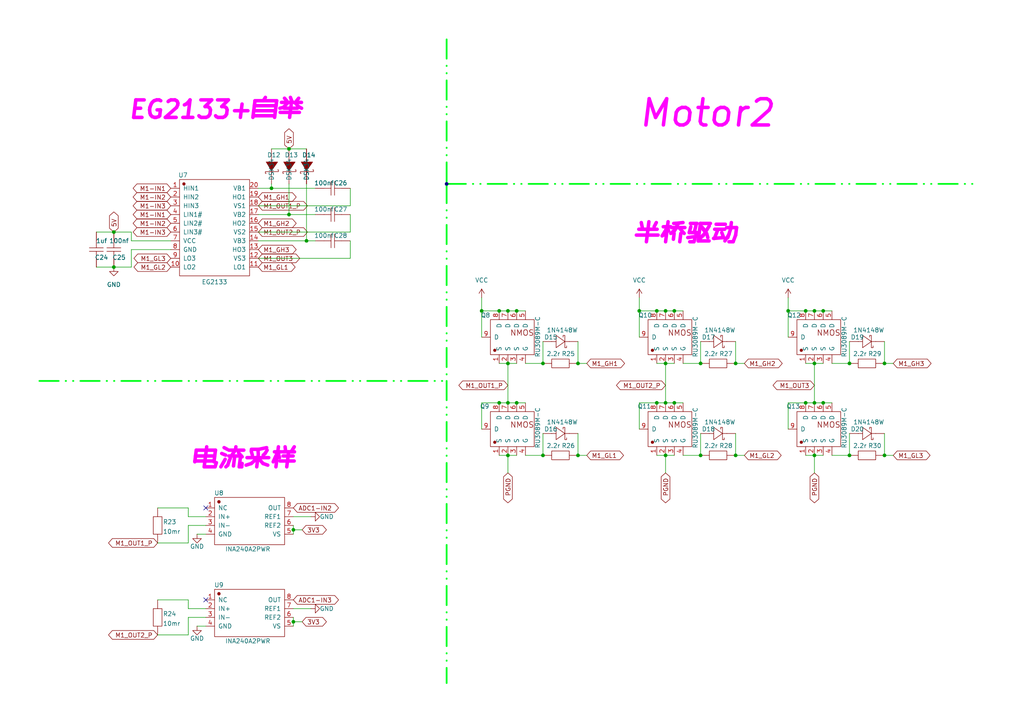
<source format=kicad_sch>
(kicad_sch (version 20250114) (generator "eeschema") (generator_version "9.0")
  (paper "A4")
  (title_block (title "Drive2") (date "2025-01-24") (rev "Dennis_Re_Yoonjiho"))
  (lib_symbols
    (symbol "Ts_Foc_Vo符号库:1N4148W" (pin_numbers (hide yes)) (pin_names (offset 1.016) (hide yes))
      (property "Reference" "D" (at -5.08 1.524 0))
      (property "Value" "1N4148W" (at 1.016 3.048 0))
      (symbol "1N4148W_1_1"
        (polyline (pts (xy -2.54 0) (xy -1.27 0)) (stroke (width 0.1524)))
        (polyline (pts (xy -1.27 -1.778) (xy 1.27 0) (xy -1.27 1.778) (xy -1.27 -1.778)) (stroke (width 0.1524)))
        (polyline (pts (xy 1.27 0) (xy 2.54 0)) (stroke (width 0.1524)))
        (polyline (pts (xy 1.778 -1.27) (xy 1.778 -1.778) (xy 1.27 -1.778) (xy 1.27 1.778) (xy 0.762 1.778) (xy 0.762 1.27)) (stroke (width 0.1524)))
        (pin input line (at -5.08 0 0) (length 2.54) (name "A") (number "1"))
        (pin input line (at 5.08 0 180) (length 2.54) (name "K") (number "2"))
      )
    )
    (symbol "Ts_Foc_Vo符号库:CAP" (pin_numbers (hide yes)) (pin_names (offset 1.016) (hide yes))
      (property "Reference" "C" (at -2.286 1.524 0))
      (property "Value" "Value" (at 3.81 1.524 0))
      (symbol "CAP_1_1"
        (polyline (pts (xy -0.508 0) (xy -2.54 0)) (stroke (width 0.1524)))
        (polyline (pts (xy -0.508 -2.032) (xy -0.508 2.032)) (stroke (width 0.1524)))
        (polyline (pts (xy 0.508 2.032) (xy 0.508 -2.032)) (stroke (width 0.1524)))
        (polyline (pts (xy 2.54 0) (xy 0.508 0)) (stroke (width 0.1524)))
        (pin input line (at -5.08 0 0) (length 2.54) (name "1") (number "1"))
        (pin input line (at 5.08 0 180) (length 2.54) (name "2") (number "2"))
      )
    )
    (symbol "Ts_Foc_Vo符号库:DSK34" (pin_numbers (hide yes)) (pin_names (offset 1.016) (hide yes))
      (property "Reference" "D" (at -4.064 1.778 0))
      (property "Value" "DSK34" (at 3.048 2.54 0))
      (symbol "DSK34_1_1"
        (polyline (pts (xy -2.032 1.524) (xy -2.032 1.778) (xy -1.524 1.778) (xy -1.524 -2.032) (xy -1.016 -2.032) (xy -1.016 -1.778)) (stroke (width 0.1524)))
        (polyline (pts (xy 1.27 1.524) (xy -1.27 0) (xy 1.27 -1.778) (xy 1.27 1.524)) (stroke (width 0.1524)) (fill (type outline)))
        (pin input line (at -5.08 0 0) (length 3.81) (name "K") (number "1"))
        (pin input line (at 5.08 0 180) (length 3.81) (name "A") (number "2"))
      )
    )
    (symbol "Ts_Foc_Vo符号库:EG2133" (pin_names (offset 1.016))
      (property "Reference" "U" (at -9.652 14.986 0))
      (property "Value" "EG2133" (at 1.524 15.494 0))
      (symbol "EG2133_1_1"
        (rectangle (start -10.16 13.97) (end 10.16 -13.97) (stroke (width 0.1524)))
        (circle (center -8.89 12.7) (radius 0.381) (stroke (width 0.1524)) (fill (type outline)))
        (pin input line (at -12.7 11.43 0) (length 2.54) (name "HIN1") (number "1"))
        (pin input line (at -12.7 8.89 0) (length 2.54) (name "HIN2") (number "2"))
        (pin input line (at -12.7 6.35 0) (length 2.54) (name "HIN3") (number "3"))
        (pin input line (at -12.7 3.81 0) (length 2.54) (name "LIN1#") (number "4"))
        (pin input line (at -12.7 1.27 0) (length 2.54) (name "LIN2#") (number "5"))
        (pin input line (at -12.7 -1.27 0) (length 2.54) (name "LIN3#") (number "6"))
        (pin input line (at -12.7 -3.81 0) (length 2.54) (name "VCC") (number "7"))
        (pin input line (at -12.7 -6.35 0) (length 2.54) (name "GND") (number "8"))
        (pin input line (at -12.7 -8.89 0) (length 2.54) (name "LO3") (number "9"))
        (pin input line (at -12.7 -11.43 0) (length 2.54) (name "LO2") (number "10"))
        (pin input line (at 12.7 11.43 180) (length 2.54) (name "VB1") (number "20"))
        (pin input line (at 12.7 8.89 180) (length 2.54) (name "HO1") (number "19"))
        (pin input line (at 12.7 6.35 180) (length 2.54) (name "VS1") (number "18"))
        (pin input line (at 12.7 3.81 180) (length 2.54) (name "VB2") (number "17"))
        (pin input line (at 12.7 1.27 180) (length 2.54) (name "HO2") (number "16"))
        (pin input line (at 12.7 -1.27 180) (length 2.54) (name "VS2") (number "15"))
        (pin input line (at 12.7 -3.81 180) (length 2.54) (name "VB3") (number "14"))
        (pin input line (at 12.7 -6.35 180) (length 2.54) (name "HO3") (number "13"))
        (pin input line (at 12.7 -8.89 180) (length 2.54) (name "VS3") (number "12"))
        (pin input line (at 12.7 -11.43 180) (length 2.54) (name "LO1") (number "11"))
      )
    )
    (symbol "Ts_Foc_Vo符号库:INA240A2PWR" (pin_names (offset 1.016))
      (property "Reference" "U" (at -9.906 8.128 0))
      (property "Value" "INA240A2PWR" (at 0.762 8.128 0))
      (symbol "INA240A2PWR_1_1"
        (rectangle (start -10.16 6.858) (end 10.16 -6.858) (stroke (width 0.1524)))
        (circle (center -8.89 5.588) (radius 0.381) (stroke (width 0.1524)) (fill (type outline)))
        (circle (center -8.89 5.588) (radius 0.381) (stroke (width 0.1524)) (fill (type outline)))
        (pin input line (at -12.7 3.81 0) (length 2.54) (name "NC") (number "1"))
        (pin input line (at -12.7 1.27 0) (length 2.54) (name "IN+") (number "2"))
        (pin input line (at -12.7 -1.27 0) (length 2.54) (name "IN-") (number "3"))
        (pin input line (at -12.7 -3.81 0) (length 2.54) (name "GND") (number "4"))
        (pin input line (at 12.7 3.81 180) (length 2.54) (name "OUT") (number "8"))
        (pin input line (at 12.7 1.27 180) (length 2.54) (name "REF1") (number "7"))
        (pin input line (at 12.7 -1.27 180) (length 2.54) (name "REF2") (number "6"))
        (pin input line (at 12.7 -3.81 180) (length 2.54) (name "VS") (number "5"))
      )
    )
    (symbol "Ts_Foc_Vo符号库:RES" (pin_numbers (hide yes)) (pin_names (offset 1.016) (hide yes))
      (property "Reference" "R" (at -2.286 2.032 0))
      (property "Value" "Value" (at 2.286 2.032 0))
      (symbol "RES_1_1"
        (rectangle (start -2.54 1.27) (end 2.54 -1.27) (stroke (width 0.1524)))
        (pin input line (at -5.08 0 0) (length 2.54) (name "1") (number "1"))
        (pin input line (at 5.08 0 180) (length 2.54) (name "2") (number "2"))
      )
    )
    (symbol "Ts_Foc_Vo符号库:RU3089M-C" (pin_names (offset 1.016))
      (property "Reference" "Q" (at -4.572 6.096 0))
      (property "Value" "RU3089M-C" (at 0.254 -8.89 0))
      (symbol "RU3089M-C_1_1"
        (rectangle (start -5.08 5.08) (end 5.08 -7.62) (stroke (width 0.1524)))
        (circle (center -3.81 3.81) (radius 0.381) (stroke (width 0.1524)) (fill (type outline)))
        (text "NMOS" (at 1.27 -7.62 900) (effects (font (size 1.6256 1.6256)) (justify left)))
        (pin input line (at -7.62 2.54 0) (length 2.54) (name "S") (number "1"))
        (pin input line (at -7.62 0 0) (length 2.54) (name "S") (number "2"))
        (pin input line (at -7.62 -2.54 0) (length 2.54) (name "S") (number "3"))
        (pin input line (at -7.62 -5.08 0) (length 2.54) (name "G") (number "4"))
        (pin input line (at 0 7.62 270) (length 2.54) (name "D") (number "9"))
        (pin input line (at 7.62 2.54 180) (length 2.54) (name "D") (number "8"))
        (pin input line (at 7.62 0 180) (length 2.54) (name "D") (number "7"))
        (pin input line (at 7.62 -2.54 180) (length 2.54) (name "D") (number "6"))
        (pin input line (at 7.62 -5.08 180) (length 2.54) (name "D") (number "5"))
      )
    )
    (symbol "power:GND" (power) (pin_numbers (hide yes)) (pin_names (offset 0) (hide yes))
      (property "Value" "GND" (at 0 -3.81 0))
      (symbol "GND_0_1"
        (polyline (pts (xy 0 0) (xy 0 -1.27) (xy 1.27 -1.27) (xy 0 -2.54) (xy -1.27 -1.27) (xy 0 -1.27)))
      )
      (symbol "GND_1_1"
        (pin power_in line (at 0 0 270) (length 0) (name "~") (number "1"))
      )
    )
    (symbol "power:VCC" (power) (pin_numbers (hide yes)) (pin_names (offset 0) (hide yes))
      (property "Value" "VCC" (at 0 3.556 0))
      (symbol "VCC_0_1"
        (polyline (pts (xy -0.762 1.27) (xy 0 2.54)))
        (polyline (pts (xy 0 2.54) (xy 0.762 1.27)))
        (polyline (pts (xy 0 0) (xy 0 2.54)))
      )
      (symbol "VCC_1_1"
        (pin power_in line (at 0 0 90) (length 0) (name "~") (number "1"))
      )
    )
  )
  (text "EG2133+自举" (exclude_from_sim yes) (at 62.738 32.004 0) (effects (font (size 5.08 5.08) (thickness 1.016) (bold yes) (italic yes))))
  (text "电流采样" (exclude_from_sim yes) (at 70.866 133.35 0) (effects (font (size 5.08 5.08) (thickness 1.016) (bold yes) (italic yes))))
  (text "半桥驱动" (exclude_from_sim yes) (at 198.882 68.072 0) (effects (font (size 5.08 5.08) (thickness 1.016) (bold yes) (italic yes))))
  (text "Motor2" (exclude_from_sim yes) (at 204.978 33.02 0) (effects (font (size 7.62 7.62) (thickness 1.016) (bold yes) (italic yes))))
  (junction (at 203.2 132.08))
  (junction (at 238.76 90.17))
  (junction (at 85.09 180.34))
  (junction (at 193.04 132.08))
  (junction (at 246.38 132.08))
  (junction (at 190.5 116.84))
  (junction (at 157.48 105.41))
  (junction (at 193.04 105.41))
  (junction (at 83.82 62.23))
  (junction (at 236.22 90.17))
  (junction (at 238.76 116.84))
  (junction (at 213.36 132.08))
  (junction (at 147.32 116.84))
  (junction (at 149.86 116.84))
  (junction (at 33.02 67.31))
  (junction (at 213.36 105.41))
  (junction (at 144.78 116.84))
  (junction (at 129.54 53.34))
  (junction (at 193.04 90.17))
  (junction (at 190.5 90.17))
  (junction (at 149.86 90.17))
  (junction (at 144.78 90.17))
  (junction (at 236.22 105.41))
  (junction (at 88.9 69.85))
  (junction (at 203.2 105.41))
  (junction (at 236.22 132.08))
  (junction (at 147.32 105.41))
  (junction (at 167.64 105.41))
  (junction (at 236.22 116.84))
  (junction (at 167.64 132.08))
  (junction (at 147.32 90.17))
  (junction (at 228.6 90.17))
  (junction (at 33.02 77.47))
  (junction (at 193.04 116.84))
  (junction (at 78.74 54.61))
  (junction (at 83.82 43.18))
  (junction (at 129.54 110.49) (diameter 0.127) (color 0 255 25 1))
  (junction (at 157.48 132.08))
  (junction (at 147.32 132.08))
  (junction (at 139.7 90.17))
  (junction (at 85.09 153.67))
  (junction (at 233.68 116.84))
  (junction (at 185.42 90.17))
  (junction (at 246.38 105.41))
  (junction (at 256.54 132.08))
  (junction (at 233.68 90.17))
  (junction (at 195.58 90.17))
  (junction (at 256.54 105.41))
  (junction (at 195.58 116.84))
  (no_connect (at 59.69 147.32))
  (no_connect (at 59.69 173.99))
  (wire (pts (xy 139.7 116.84) (xy 144.78 116.84)))
  (wire (pts (xy 59.69 176.53) (xy 54.61 176.53)))
  (bus (pts (xy 129.54 53.34) (xy 283.21 53.34)) (stroke (width 0.508) (type dash_dot_dot) (color 0 255 25 1)))
  (wire (pts (xy 241.3 132.08) (xy 246.38 132.08)))
  (wire (pts (xy 190.5 116.84) (xy 193.04 116.84)))
  (wire (pts (xy 144.78 116.84) (xy 147.32 116.84)))
  (wire (pts (xy 190.5 90.17) (xy 185.42 90.17)))
  (wire (pts (xy 144.78 132.08) (xy 147.32 132.08)))
  (wire (pts (xy 78.74 43.18) (xy 83.82 43.18)))
  (wire (pts (xy 139.7 90.17) (xy 139.7 97.79)))
  (bus (pts (xy 129.54 53.34) (xy 129.54 110.49)) (stroke (width 0.508) (type dash_dot_dot) (color 0 255 25 1)))
  (wire (pts (xy 45.72 157.48) (xy 54.61 157.48)))
  (wire (pts (xy 256.54 125.73) (xy 256.54 132.08)))
  (bus (pts (xy 129.54 110.49) (xy 129.54 198.12)) (stroke (width 0.508) (type dash_dot_dot) (color 0 255 25 1)))
  (wire (pts (xy 233.68 132.08) (xy 236.22 132.08)))
  (wire (pts (xy 139.7 124.46) (xy 139.7 116.84)))
  (wire (pts (xy 236.22 132.08) (xy 238.76 132.08)))
  (wire (pts (xy 57.15 154.94) (xy 59.69 154.94)))
  (wire (pts (xy 213.36 105.41) (xy 215.9 105.41)))
  (wire (pts (xy 49.53 72.39) (xy 38.1 72.39)))
  (wire (pts (xy 190.5 90.17) (xy 193.04 90.17)))
  (wire (pts (xy 185.42 124.46) (xy 185.42 116.84)))
  (wire (pts (xy 233.68 90.17) (xy 236.22 90.17)))
  (wire (pts (xy 87.63 153.67) (xy 85.09 153.67)))
  (wire (pts (xy 157.48 99.06) (xy 157.48 105.41)))
  (wire (pts (xy 147.32 116.84) (xy 149.86 116.84)))
  (wire (pts (xy 193.04 105.41) (xy 195.58 105.41)))
  (wire (pts (xy 27.94 67.31) (xy 33.02 67.31)))
  (wire (pts (xy 54.61 152.4) (xy 59.69 152.4)))
  (wire (pts (xy 101.6 54.61) (xy 101.6 59.69)))
  (wire (pts (xy 241.3 105.41) (xy 246.38 105.41)))
  (wire (pts (xy 246.38 99.06) (xy 246.38 105.41)))
  (wire (pts (xy 101.6 69.85) (xy 101.6 74.93)))
  (wire (pts (xy 213.36 99.06) (xy 213.36 105.41)))
  (wire (pts (xy 33.02 67.31) (xy 38.1 67.31)))
  (wire (pts (xy 167.64 99.06) (xy 167.64 105.41)))
  (wire (pts (xy 256.54 132.08) (xy 259.08 132.08)))
  (wire (pts (xy 185.42 116.84) (xy 190.5 116.84)))
  (wire (pts (xy 149.86 90.17) (xy 152.4 90.17)))
  (wire (pts (xy 78.74 53.34) (xy 78.74 54.61)))
  (wire (pts (xy 203.2 99.06) (xy 203.2 105.41)))
  (wire (pts (xy 88.9 53.34) (xy 88.9 69.85)))
  (wire (pts (xy 83.82 43.18) (xy 88.9 43.18)))
  (wire (pts (xy 193.04 132.08) (xy 195.58 132.08)))
  (wire (pts (xy 228.6 86.36) (xy 228.6 90.17)))
  (wire (pts (xy 236.22 90.17) (xy 238.76 90.17)))
  (wire (pts (xy 101.6 67.31) (xy 74.93 67.31)))
  (wire (pts (xy 54.61 157.48) (xy 54.61 152.4)))
  (wire (pts (xy 167.64 105.41) (xy 170.18 105.41)))
  (wire (pts (xy 228.6 90.17) (xy 228.6 97.79)))
  (wire (pts (xy 190.5 105.41) (xy 193.04 105.41)))
  (wire (pts (xy 185.42 90.17) (xy 185.42 97.79)))
  (wire (pts (xy 238.76 90.17) (xy 241.3 90.17)))
  (wire (pts (xy 144.78 90.17) (xy 147.32 90.17)))
  (wire (pts (xy 236.22 116.84) (xy 238.76 116.84)))
  (wire (pts (xy 85.09 180.34) (xy 85.09 181.61)))
  (wire (pts (xy 101.6 59.69) (xy 74.93 59.69)))
  (wire (pts (xy 147.32 90.17) (xy 149.86 90.17)))
  (wire (pts (xy 54.61 147.32) (xy 45.72 147.32)))
  (wire (pts (xy 193.04 90.17) (xy 195.58 90.17)))
  (wire (pts (xy 152.4 105.41) (xy 157.48 105.41)))
  (wire (pts (xy 57.15 181.61) (xy 59.69 181.61)))
  (wire (pts (xy 152.4 132.08) (xy 157.48 132.08)))
  (wire (pts (xy 54.61 173.99) (xy 45.72 173.99)))
  (wire (pts (xy 233.68 90.17) (xy 228.6 90.17)))
  (wire (pts (xy 203.2 125.73) (xy 203.2 132.08)))
  (wire (pts (xy 54.61 176.53) (xy 54.61 173.99)))
  (wire (pts (xy 54.61 179.07) (xy 59.69 179.07)))
  (wire (pts (xy 88.9 69.85) (xy 91.44 69.85)))
  (wire (pts (xy 167.64 132.08) (xy 170.18 132.08)))
  (wire (pts (xy 213.36 125.73) (xy 213.36 132.08)))
  (wire (pts (xy 157.48 125.73) (xy 157.48 132.08)))
  (wire (pts (xy 27.94 77.47) (xy 33.02 77.47)))
  (wire (pts (xy 74.93 54.61) (xy 78.74 54.61)))
  (wire (pts (xy 195.58 116.84) (xy 198.12 116.84)))
  (wire (pts (xy 78.74 54.61) (xy 91.44 54.61)))
  (wire (pts (xy 90.17 176.53) (xy 85.09 176.53)))
  (wire (pts (xy 233.68 116.84) (xy 236.22 116.84)))
  (wire (pts (xy 236.22 105.41) (xy 238.76 105.41)))
  (bus (pts (xy 129.54 11.43) (xy 129.54 53.34)) (stroke (width 0.508) (type dash_dot_dot) (color 0 255 25 1)))
  (wire (pts (xy 45.72 184.15) (xy 54.61 184.15)))
  (bus (pts (xy 11.43 110.49) (xy 129.54 110.49)) (stroke (width 0.508) (type dash_dot_dot) (color 0 255 25 1)))
  (wire (pts (xy 198.12 105.41) (xy 203.2 105.41)))
  (wire (pts (xy 38.1 77.47) (xy 33.02 77.47)))
  (wire (pts (xy 85.09 179.07) (xy 85.09 180.34)))
  (wire (pts (xy 59.69 149.86) (xy 54.61 149.86)))
  (wire (pts (xy 74.93 69.85) (xy 88.9 69.85)))
  (wire (pts (xy 85.09 152.4) (xy 85.09 153.67)))
  (wire (pts (xy 147.32 105.41) (xy 147.32 116.84)))
  (wire (pts (xy 246.38 125.73) (xy 246.38 132.08)))
  (wire (pts (xy 90.17 149.86) (xy 85.09 149.86)))
  (wire (pts (xy 38.1 72.39) (xy 38.1 77.47)))
  (wire (pts (xy 139.7 86.36) (xy 139.7 90.17)))
  (wire (pts (xy 238.76 116.84) (xy 241.3 116.84)))
  (wire (pts (xy 101.6 74.93) (xy 74.93 74.93)))
  (wire (pts (xy 144.78 90.17) (xy 139.7 90.17)))
  (wire (pts (xy 144.78 105.41) (xy 147.32 105.41)))
  (wire (pts (xy 195.58 90.17) (xy 198.12 90.17)))
  (wire (pts (xy 198.12 132.08) (xy 203.2 132.08)))
  (wire (pts (xy 38.1 67.31) (xy 38.1 69.85)))
  (wire (pts (xy 74.93 62.23) (xy 83.82 62.23)))
  (wire (pts (xy 147.32 137.16) (xy 147.32 132.08)))
  (wire (pts (xy 85.09 153.67) (xy 85.09 154.94)))
  (wire (pts (xy 193.04 105.41) (xy 193.04 116.84)))
  (wire (pts (xy 147.32 132.08) (xy 149.86 132.08)))
  (wire (pts (xy 167.64 125.73) (xy 167.64 132.08)))
  (wire (pts (xy 54.61 149.86) (xy 54.61 147.32)))
  (wire (pts (xy 256.54 105.41) (xy 259.08 105.41)))
  (wire (pts (xy 149.86 116.84) (xy 152.4 116.84)))
  (wire (pts (xy 147.32 105.41) (xy 149.86 105.41)))
  (wire (pts (xy 228.6 116.84) (xy 233.68 116.84)))
  (wire (pts (xy 190.5 132.08) (xy 193.04 132.08)))
  (wire (pts (xy 83.82 62.23) (xy 91.44 62.23)))
  (wire (pts (xy 233.68 105.41) (xy 236.22 105.41)))
  (wire (pts (xy 87.63 180.34) (xy 85.09 180.34)))
  (wire (pts (xy 83.82 53.34) (xy 83.82 62.23)))
  (wire (pts (xy 193.04 137.16) (xy 193.04 132.08)))
  (wire (pts (xy 236.22 105.41) (xy 236.22 116.84)))
  (wire (pts (xy 236.22 137.16) (xy 236.22 132.08)))
  (wire (pts (xy 213.36 132.08) (xy 215.9 132.08)))
  (wire (pts (xy 101.6 62.23) (xy 101.6 67.31)))
  (wire (pts (xy 38.1 69.85) (xy 49.53 69.85)))
  (wire (pts (xy 185.42 86.36) (xy 185.42 90.17)))
  (wire (pts (xy 193.04 116.84) (xy 195.58 116.84)))
  (wire (pts (xy 228.6 124.46) (xy 228.6 116.84)))
  (wire (pts (xy 54.61 184.15) (xy 54.61 179.07)))
  (wire (pts (xy 256.54 99.06) (xy 256.54 105.41)))
  (global_label "M1_GL1" (shape bidirectional) (at 74.93 77.47 0) (property "Intersheetrefs" "${INTERSHEET_REFS}" (effects (hide yes))))
  (global_label "M1-IN3" (shape bidirectional) (at 49.53 67.31 180) (property "Intersheetrefs" "${INTERSHEET_REFS}" (effects (hide yes))))
  (global_label "M1_OUT2_P" (shape bidirectional) (at 45.72 184.15 180) (property "Intersheetrefs" "${INTERSHEET_REFS}" (effects (hide yes))))
  (global_label "M1-IN2" (shape bidirectional) (at 49.53 64.77 180) (property "Intersheetrefs" "${INTERSHEET_REFS}" (effects (hide yes))))
  (global_label "ADC1-IN2" (shape bidirectional) (at 85.09 147.32 0) (property "Intersheetrefs" "${INTERSHEET_REFS}" (effects (hide yes))))
  (global_label "M1_GH3" (shape bidirectional) (at 259.08 105.41 0) (property "Intersheetrefs" "${INTERSHEET_REFS}" (effects (hide yes))))
  (global_label "M1_OUT2_P" (shape bidirectional) (at 74.93 67.31 0) (property "Intersheetrefs" "${INTERSHEET_REFS}" (effects (hide yes))))
  (global_label "M1-IN1" (shape bidirectional) (at 49.53 62.23 180) (property "Intersheetrefs" "${INTERSHEET_REFS}" (effects (hide yes))))
  (global_label "M1_GH2" (shape bidirectional) (at 74.93 64.77 0) (property "Intersheetrefs" "${INTERSHEET_REFS}" (effects (hide yes))))
  (global_label "3V3" (shape bidirectional) (at 87.63 180.34 0) (property "Intersheetrefs" "${INTERSHEET_REFS}" (effects (hide yes))))
  (global_label "PGND" (shape bidirectional) (at 147.32 137.16 270) (property "Intersheetrefs" "${INTERSHEET_REFS}" (effects (hide yes))))
  (global_label "PGND" (shape bidirectional) (at 236.22 137.16 270) (property "Intersheetrefs" "${INTERSHEET_REFS}" (effects (hide yes))))
  (global_label "ADC1-IN3" (shape bidirectional) (at 85.09 173.99 0) (property "Intersheetrefs" "${INTERSHEET_REFS}" (effects (hide yes))))
  (global_label "3V3" (shape bidirectional) (at 87.63 153.67 0) (property "Intersheetrefs" "${INTERSHEET_REFS}" (effects (hide yes))))
  (global_label "5V" (shape bidirectional) (at 33.02 67.31 90) (property "Intersheetrefs" "${INTERSHEET_REFS}" (effects (hide yes))))
  (global_label "M1_GL3" (shape bidirectional) (at 259.08 132.08 0) (property "Intersheetrefs" "${INTERSHEET_REFS}" (effects (hide yes))))
  (global_label "M1-IN1" (shape bidirectional) (at 49.53 54.61 180) (property "Intersheetrefs" "${INTERSHEET_REFS}" (effects (hide yes))))
  (global_label "M1_GL3" (shape bidirectional) (at 49.53 74.93 180) (property "Intersheetrefs" "${INTERSHEET_REFS}" (effects (hide yes))))
  (global_label "PGND" (shape bidirectional) (at 193.04 137.16 270) (property "Intersheetrefs" "${INTERSHEET_REFS}" (effects (hide yes))))
  (global_label "M1_OUT1_P" (shape bidirectional) (at 147.32 111.76 180) (property "Intersheetrefs" "${INTERSHEET_REFS}" (effects (hide yes))))
  (global_label "M1_OUT1_P" (shape bidirectional) (at 45.72 157.48 180) (property "Intersheetrefs" "${INTERSHEET_REFS}" (effects (hide yes))))
  (global_label "M1_OUT3" (shape bidirectional) (at 236.22 111.76 180) (property "Intersheetrefs" "${INTERSHEET_REFS}" (effects (hide yes))))
  (global_label "M1-IN3" (shape bidirectional) (at 49.53 59.69 180) (property "Intersheetrefs" "${INTERSHEET_REFS}" (effects (hide yes))))
  (global_label "M1_GL1" (shape bidirectional) (at 170.18 132.08 0) (property "Intersheetrefs" "${INTERSHEET_REFS}" (effects (hide yes))))
  (global_label "M1_OUT2_P" (shape bidirectional) (at 193.04 111.76 180) (property "Intersheetrefs" "${INTERSHEET_REFS}" (effects (hide yes))))
  (global_label "M1-IN2" (shape bidirectional) (at 49.53 57.15 180) (property "Intersheetrefs" "${INTERSHEET_REFS}" (effects (hide yes))))
  (global_label "M1_GH1" (shape bidirectional) (at 170.18 105.41 0) (property "Intersheetrefs" "${INTERSHEET_REFS}" (effects (hide yes))))
  (global_label "M1_OUT1_P" (shape bidirectional) (at 74.93 59.69 0) (property "Intersheetrefs" "${INTERSHEET_REFS}" (effects (hide yes))))
  (global_label "5V" (shape bidirectional) (at 83.82 43.18 90) (property "Intersheetrefs" "${INTERSHEET_REFS}" (effects (hide yes))))
  (global_label "M1_GL2" (shape bidirectional) (at 215.9 132.08 0) (property "Intersheetrefs" "${INTERSHEET_REFS}" (effects (hide yes))))
  (global_label "M1_OUT3" (shape bidirectional) (at 74.93 74.93 0) (property "Intersheetrefs" "${INTERSHEET_REFS}" (effects (hide yes))))
  (global_label "M1_GH2" (shape bidirectional) (at 215.9 105.41 0) (property "Intersheetrefs" "${INTERSHEET_REFS}" (effects (hide yes))))
  (global_label "M1_GL2" (shape bidirectional) (at 49.53 77.47 180) (property "Intersheetrefs" "${INTERSHEET_REFS}" (effects (hide yes))))
  (global_label "M1_GH3" (shape bidirectional) (at 74.93 72.39 0) (property "Intersheetrefs" "${INTERSHEET_REFS}" (effects (hide yes))))
  (global_label "M1_GH1" (shape bidirectional) (at 74.93 57.15 0) (property "Intersheetrefs" "${INTERSHEET_REFS}" (effects (hide yes))))
  (symbol (lib_id "Ts_Foc_Vo符号库:INA240A2PWR") (at 72.39 151.13 0) (unit 1)
    (property "Reference" "U8" (at 63.5 143.002 0))
    (property "Value" "INA240A2PWR" (at 71.882 159.258 0))
    (property "Footprint" "Ts_Foc_Vo封装库:INA240A2PWR_TSSOP-8" (effects (hide yes)))
    (property "Datasheet" "http://www.szlcsc.com/product/details_141236.html" (effects (hide yes)))
    (property "SuppliersPartNumber" "C129949" (effects (hide yes)))
    (property "uuid" "std:dbcaa12a6f174e2384008bee47427f39" (effects (hide yes)))
  )
  (symbol (lib_id "power:VCC") (at 228.6 86.36 0) (unit 1)
    (property "Reference" "#PWR033" (effects (hide yes)))
    (property "Value" "VCC" (at 228.6 81.28 0))
    (property "Description" "Power symbol creates a global label with name \"VCC\"" (effects (hide yes)))
  )
  (symbol (lib_id "Ts_Foc_Vo符号库:DSK34") (at 83.82 48.26 90) (unit 1)
    (property "Reference" "D13" (at 82.55 44.958 90) (effects (justify right)))
    (property "Value" "DSK34" (at 83.82 45.974 0) (effects (justify right)))
    (property "Footprint" "Ts_Foc_Vo封装库:DSK_34_SOD-123" (effects (hide yes)))
    (property "Datasheet" "http://www.szlcsc.com/product/details_42013.html" (effects (hide yes)))
    (property "SuppliersPartNumber" "C41029" (effects (hide yes)))
    (property "uuid" "std:903b54571892a6e30fa8884d00bf870c" (effects (hide yes)))
  )
  (symbol (lib_id "Ts_Foc_Vo符号库:RU3089M-C") (at 193.04 124.46 90) (unit 1)
    (property "Reference" "Q11" (at 184.912 117.856 90) (effects (justify right)))
    (property "Value" "RU3089M-C" (at 201.676 118.11 0) (effects (justify right)))
    (property "Footprint" "Ts_Foc_Vo封装库:RU3089M-C_PQFN-8" (effects (hide yes)))
    (property "Datasheet" "http://www.szlcsc.com/product/details_539374.html" (effects (hide yes)))
    (property "SuppliersPartNumber" "C521551" (effects (hide yes)))
    (property "uuid" "std:eaed6c6dee514a1b9b59ef9944d5e1b5" (effects (hide yes)))
  )
  (symbol (lib_id "Ts_Foc_Vo符号库:RU3089M-C") (at 193.04 97.79 90) (unit 1)
    (property "Reference" "Q10" (at 185.166 91.44 90) (effects (justify right)))
    (property "Value" "RU3089M-C" (at 201.676 91.694 0) (effects (justify right)))
    (property "Footprint" "Ts_Foc_Vo封装库:RU3089M-C_PQFN-8" (effects (hide yes)))
    (property "Datasheet" "http://www.szlcsc.com/product/details_539374.html" (effects (hide yes)))
    (property "SuppliersPartNumber" "C521551" (effects (hide yes)))
    (property "uuid" "std:eaed6c6dee514a1b9b59ef9944d5e1b5" (effects (hide yes)))
  )
  (symbol (lib_id "Ts_Foc_Vo符号库:EG2133") (at 62.23 66.04 0) (unit 1)
    (property "Reference" "U7" (at 53.086 50.8 0))
    (property "Value" "EG2133" (at 62.23 81.788 0))
    (property "Footprint" "Ts_Foc_Vo封装库:EG2133_TSSOP" (effects (hide yes)))
    (property "Datasheet" "http://www.szlcsc.com/product/details_210302.html" (effects (hide yes)))
    (property "SuppliersPartNumber" "C190343" (effects (hide yes)))
    (property "uuid" "std:82a7a7bdfd1b4a9494bc5f3b5bda1d75" (effects (hide yes)))
  )
  (symbol (lib_id "Ts_Foc_Vo符号库:CAP") (at 96.52 54.61 180) (unit 1)
    (property "Reference" "C26" (at 98.806 53.086 0))
    (property "Value" "100nf" (at 93.98 53.086 0))
    (property "Footprint" "Ts_Foc_Vo封装库:CAP_0402" (effects (hide yes)))
    (property "Datasheet" "http://www.szlcsc.com/product/details_602003.html" (effects (hide yes)))
    (property "SuppliersPartNumber" "C575438" (effects (hide yes)))
    (property "uuid" "std:0b682b3549a44c2f91624e74dc370f45" (effects (hide yes)))
  )
  (symbol (lib_id "Ts_Foc_Vo符号库:INA240A2PWR") (at 72.39 177.8 0) (unit 1)
    (property "Reference" "U9" (at 63.5 169.672 0))
    (property "Value" "INA240A2PWR" (at 71.882 185.928 0))
    (property "Footprint" "Ts_Foc_Vo封装库:INA240A2PWR_TSSOP-8" (effects (hide yes)))
    (property "Datasheet" "http://www.szlcsc.com/product/details_141236.html" (effects (hide yes)))
    (property "SuppliersPartNumber" "C129949" (effects (hide yes)))
    (property "uuid" "std:dbcaa12a6f174e2384008bee47427f39" (effects (hide yes)))
  )
  (symbol (lib_id "power:GND") (at 33.02 77.47 0) (unit 1)
    (property "Reference" "#PWR026" (effects (hide yes)))
    (property "Value" "GND" (at 33.02 82.55 0))
    (property "Description" "Power symbol creates a global label with name \"GND\" , ground" (effects (hide yes)))
  )
  (symbol (lib_id "Ts_Foc_Vo符号库:CAP") (at 33.02 72.39 90) (unit 1)
    (property "Reference" "C25" (at 34.544 74.676 90))
    (property "Value" "100nf" (at 34.544 69.85 90))
    (property "Footprint" "Ts_Foc_Vo封装库:CAP_0402" (effects (hide yes)))
    (property "Datasheet" "http://www.szlcsc.com/product/details_602003.html" (effects (hide yes)))
    (property "SuppliersPartNumber" "C575438" (effects (hide yes)))
    (property "uuid" "std:0b682b3549a44c2f91624e74dc370f45" (effects (hide yes)))
  )
  (symbol (lib_id "Ts_Foc_Vo符号库:RES") (at 251.46 132.08 0) (unit 1)
    (property "Reference" "R30" (at 253.746 129.286 0))
    (property "Value" "2.2r" (at 249.428 129.286 0))
    (property "Footprint" "Ts_Foc_Vo封装库:Res_0402" (effects (hide yes)))
    (property "SuppliersPartNumber" "C5200633" (effects (hide yes)))
    (property "uuid" "std:0c78b8f437b74d4badbc2695159e48f2" (effects (hide yes)))
  )
  (symbol (lib_id "Ts_Foc_Vo符号库:RU3089M-C") (at 236.22 124.46 90) (unit 1)
    (property "Reference" "Q13" (at 228.092 117.856 90) (effects (justify right)))
    (property "Value" "RU3089M-C" (at 244.856 118.11 0) (effects (justify right)))
    (property "Footprint" "Ts_Foc_Vo封装库:RU3089M-C_PQFN-8" (effects (hide yes)))
    (property "Datasheet" "http://www.szlcsc.com/product/details_539374.html" (effects (hide yes)))
    (property "SuppliersPartNumber" "C521551" (effects (hide yes)))
    (property "uuid" "std:eaed6c6dee514a1b9b59ef9944d5e1b5" (effects (hide yes)))
  )
  (symbol (lib_id "Ts_Foc_Vo符号库:RES") (at 208.28 105.41 0) (unit 1)
    (property "Reference" "R27" (at 210.566 102.616 0))
    (property "Value" "2.2r" (at 206.248 102.616 0))
    (property "Footprint" "Ts_Foc_Vo封装库:Res_0402" (effects (hide yes)))
    (property "SuppliersPartNumber" "C5200633" (effects (hide yes)))
    (property "uuid" "std:0c78b8f437b74d4badbc2695159e48f2" (effects (hide yes)))
  )
  (symbol (lib_id "Ts_Foc_Vo符号库:RU3089M-C") (at 147.32 124.46 90) (unit 1)
    (property "Reference" "Q9" (at 139.192 117.856 90) (effects (justify right)))
    (property "Value" "RU3089M-C" (at 155.956 118.11 0) (effects (justify right)))
    (property "Footprint" "Ts_Foc_Vo封装库:RU3089M-C_PQFN-8" (effects (hide yes)))
    (property "Datasheet" "http://www.szlcsc.com/product/details_539374.html" (effects (hide yes)))
    (property "SuppliersPartNumber" "C521551" (effects (hide yes)))
    (property "uuid" "std:eaed6c6dee514a1b9b59ef9944d5e1b5" (effects (hide yes)))
  )
  (symbol (lib_id "Ts_Foc_Vo符号库:1N4148W") (at 251.46 99.06 0) (unit 1)
    (property "Reference" "D19" (at 248.666 97.79 0))
    (property "Value" "1N4148W" (at 251.968 95.758 0))
    (property "Footprint" "Ts_Foc_Vo封装库:1N4148W_SOD-123" (effects (hide yes)))
    (property "SuppliersPartNumber" "C7420318" (effects (hide yes)))
    (property "uuid" "std:ec7a5fe3cdee49c4ba67c555fdedf9eb" (effects (hide yes)))
  )
  (symbol (lib_id "Ts_Foc_Vo符号库:1N4148W") (at 208.28 99.06 0) (unit 1)
    (property "Reference" "D17" (at 205.486 97.79 0))
    (property "Value" "1N4148W" (at 208.788 95.758 0))
    (property "Footprint" "Ts_Foc_Vo封装库:1N4148W_SOD-123" (effects (hide yes)))
    (property "SuppliersPartNumber" "C7420318" (effects (hide yes)))
    (property "uuid" "std:ec7a5fe3cdee49c4ba67c555fdedf9eb" (effects (hide yes)))
  )
  (symbol (lib_id "Ts_Foc_Vo符号库:CAP") (at 96.52 62.23 180) (unit 1)
    (property "Reference" "C27" (at 98.806 60.706 0))
    (property "Value" "100nf" (at 93.98 60.706 0))
    (property "Footprint" "Ts_Foc_Vo封装库:CAP_0402" (effects (hide yes)))
    (property "Datasheet" "http://www.szlcsc.com/product/details_602003.html" (effects (hide yes)))
    (property "SuppliersPartNumber" "C575438" (effects (hide yes)))
    (property "uuid" "std:0b682b3549a44c2f91624e74dc370f45" (effects (hide yes)))
  )
  (symbol (lib_id "Ts_Foc_Vo符号库:1N4148W") (at 251.46 125.73 0) (unit 1)
    (property "Reference" "D20" (at 248.666 124.46 0))
    (property "Value" "1N4148W" (at 251.968 122.428 0))
    (property "Footprint" "Ts_Foc_Vo封装库:1N4148W_SOD-123" (effects (hide yes)))
    (property "SuppliersPartNumber" "C7420318" (effects (hide yes)))
    (property "uuid" "std:ec7a5fe3cdee49c4ba67c555fdedf9eb" (effects (hide yes)))
  )
  (symbol (lib_id "Ts_Foc_Vo符号库:RES") (at 251.46 105.41 0) (unit 1)
    (property "Reference" "R29" (at 253.746 102.616 0))
    (property "Value" "2.2r" (at 249.428 102.616 0))
    (property "Footprint" "Ts_Foc_Vo封装库:Res_0402" (effects (hide yes)))
    (property "SuppliersPartNumber" "C5200633" (effects (hide yes)))
    (property "uuid" "std:0c78b8f437b74d4badbc2695159e48f2" (effects (hide yes)))
  )
  (symbol (lib_id "power:GND") (at 90.17 176.53 90) (unit 1)
    (property "Reference" "#PWR030" (effects (hide yes)))
    (property "Value" "GND" (at 92.71 176.53 90) (effects (justify right)))
    (property "Description" "Power symbol creates a global label with name \"GND\" , ground" (effects (hide yes)))
  )
  (symbol (lib_id "Ts_Foc_Vo符号库:RES") (at 45.72 179.07 90) (unit 1)
    (property "Reference" "R24" (at 47.244 178.054 90) (effects (justify right)))
    (property "Value" "10mr" (at 47.244 180.848 90) (effects (justify right)))
    (property "Footprint" "Ts_Foc_Vo封装库:Res_1206" (effects (hide yes)))
    (property "SuppliersPartNumber" "C5200633" (effects (hide yes)))
    (property "uuid" "std:0c78b8f437b74d4badbc2695159e48f2" (effects (hide yes)))
  )
  (symbol (lib_id "Ts_Foc_Vo符号库:RES") (at 162.56 132.08 0) (unit 1)
    (property "Reference" "R26" (at 164.846 129.286 0))
    (property "Value" "2.2r" (at 160.528 129.286 0))
    (property "Footprint" "Ts_Foc_Vo封装库:Res_0402" (effects (hide yes)))
    (property "SuppliersPartNumber" "C5200633" (effects (hide yes)))
    (property "uuid" "std:0c78b8f437b74d4badbc2695159e48f2" (effects (hide yes)))
  )
  (symbol (lib_id "Ts_Foc_Vo符号库:CAP") (at 96.52 69.85 180) (unit 1)
    (property "Reference" "C28" (at 98.806 68.326 0))
    (property "Value" "100nf" (at 93.98 68.326 0))
    (property "Footprint" "Ts_Foc_Vo封装库:CAP_0402" (effects (hide yes)))
    (property "Datasheet" "http://www.szlcsc.com/product/details_602003.html" (effects (hide yes)))
    (property "SuppliersPartNumber" "C575438" (effects (hide yes)))
    (property "uuid" "std:0b682b3549a44c2f91624e74dc370f45" (effects (hide yes)))
  )
  (symbol (lib_id "Ts_Foc_Vo符号库:RES") (at 208.28 132.08 0) (unit 1)
    (property "Reference" "R28" (at 210.566 129.286 0))
    (property "Value" "2.2r" (at 206.248 129.286 0))
    (property "Footprint" "Ts_Foc_Vo封装库:Res_0402" (effects (hide yes)))
    (property "SuppliersPartNumber" "C5200633" (effects (hide yes)))
    (property "uuid" "std:0c78b8f437b74d4badbc2695159e48f2" (effects (hide yes)))
  )
  (symbol (lib_id "Ts_Foc_Vo符号库:RES") (at 162.56 105.41 0) (unit 1)
    (property "Reference" "R25" (at 164.846 102.616 0))
    (property "Value" "2.2r" (at 160.528 102.616 0))
    (property "Footprint" "Ts_Foc_Vo封装库:Res_0402" (effects (hide yes)))
    (property "SuppliersPartNumber" "C5200633" (effects (hide yes)))
    (property "uuid" "std:0c78b8f437b74d4badbc2695159e48f2" (effects (hide yes)))
  )
  (symbol (lib_id "power:VCC") (at 185.42 86.36 0) (unit 1)
    (property "Reference" "#PWR032" (effects (hide yes)))
    (property "Value" "VCC" (at 185.42 81.28 0))
    (property "Description" "Power symbol creates a global label with name \"VCC\"" (effects (hide yes)))
  )
  (symbol (lib_id "power:VCC") (at 139.7 86.36 0) (unit 1)
    (property "Reference" "#PWR031" (effects (hide yes)))
    (property "Value" "VCC" (at 139.7 81.28 0))
    (property "Description" "Power symbol creates a global label with name \"VCC\"" (effects (hide yes)))
  )
  (symbol (lib_id "Ts_Foc_Vo符号库:1N4148W") (at 162.56 99.06 0) (unit 1)
    (property "Reference" "D15" (at 159.766 97.79 0))
    (property "Value" "1N4148W" (at 163.068 95.758 0))
    (property "Footprint" "Ts_Foc_Vo封装库:1N4148W_SOD-123" (effects (hide yes)))
    (property "SuppliersPartNumber" "C7420318" (effects (hide yes)))
    (property "uuid" "std:ec7a5fe3cdee49c4ba67c555fdedf9eb" (effects (hide yes)))
  )
  (symbol (lib_id "Ts_Foc_Vo符号库:1N4148W") (at 208.28 125.73 0) (unit 1)
    (property "Reference" "D18" (at 205.486 124.46 0))
    (property "Value" "1N4148W" (at 208.788 122.428 0))
    (property "Footprint" "Ts_Foc_Vo封装库:1N4148W_SOD-123" (effects (hide yes)))
    (property "SuppliersPartNumber" "C7420318" (effects (hide yes)))
    (property "uuid" "std:ec7a5fe3cdee49c4ba67c555fdedf9eb" (effects (hide yes)))
  )
  (symbol (lib_id "Ts_Foc_Vo符号库:DSK34") (at 78.74 48.26 90) (unit 1)
    (property "Reference" "D12" (at 77.47 44.958 90) (effects (justify right)))
    (property "Value" "DSK34" (at 78.74 45.974 0) (effects (justify right)))
    (property "Footprint" "Ts_Foc_Vo封装库:DSK_34_SOD-123" (effects (hide yes)))
    (property "Datasheet" "http://www.szlcsc.com/product/details_42013.html" (effects (hide yes)))
    (property "SuppliersPartNumber" "C41029" (effects (hide yes)))
    (property "uuid" "std:903b54571892a6e30fa8884d00bf870c" (effects (hide yes)))
  )
  (symbol (lib_id "power:GND") (at 57.15 181.61 0) (unit 1)
    (property "Reference" "#PWR028" (effects (hide yes)))
    (property "Value" "GND" (at 57.15 185.166 0))
    (property "Description" "Power symbol creates a global label with name \"GND\" , ground" (effects (hide yes)))
  )
  (symbol (lib_id "power:GND") (at 90.17 149.86 90) (unit 1)
    (property "Reference" "#PWR029" (effects (hide yes)))
    (property "Value" "GND" (at 92.71 149.86 90) (effects (justify right)))
    (property "Description" "Power symbol creates a global label with name \"GND\" , ground" (effects (hide yes)))
  )
  (symbol (lib_id "Ts_Foc_Vo符号库:CAP") (at 27.94 72.39 90) (unit 1)
    (property "Reference" "C24" (at 29.464 74.676 90))
    (property "Value" "1uf" (at 29.464 69.85 90))
    (property "Footprint" "Ts_Foc_Vo封装库:CAP_0402" (effects (hide yes)))
    (property "Datasheet" "http://www.szlcsc.com/product/details_602003.html" (effects (hide yes)))
    (property "SuppliersPartNumber" "C575438" (effects (hide yes)))
    (property "uuid" "std:0b682b3549a44c2f91624e74dc370f45" (effects (hide yes)))
  )
  (symbol (lib_id "Ts_Foc_Vo符号库:1N4148W") (at 162.56 125.73 0) (unit 1)
    (property "Reference" "D16" (at 159.766 124.46 0))
    (property "Value" "1N4148W" (at 163.068 122.428 0))
    (property "Footprint" "Ts_Foc_Vo封装库:1N4148W_SOD-123" (effects (hide yes)))
    (property "SuppliersPartNumber" "C7420318" (effects (hide yes)))
    (property "uuid" "std:ec7a5fe3cdee49c4ba67c555fdedf9eb" (effects (hide yes)))
  )
  (symbol (lib_id "Ts_Foc_Vo符号库:RES") (at 45.72 152.4 90) (unit 1)
    (property "Reference" "R23" (at 47.244 151.384 90) (effects (justify right)))
    (property "Value" "10mr" (at 47.244 154.178 90) (effects (justify right)))
    (property "Footprint" "Ts_Foc_Vo封装库:Res_1206" (effects (hide yes)))
    (property "SuppliersPartNumber" "C5200633" (effects (hide yes)))
    (property "uuid" "std:0c78b8f437b74d4badbc2695159e48f2" (effects (hide yes)))
  )
  (symbol (lib_id "Ts_Foc_Vo符号库:DSK34") (at 88.9 48.26 90) (unit 1)
    (property "Reference" "D14" (at 87.63 44.958 90) (effects (justify right)))
    (property "Value" "DSK34" (at 88.9 45.974 0) (effects (justify right)))
    (property "Footprint" "Ts_Foc_Vo封装库:DSK_34_SOD-123" (effects (hide yes)))
    (property "Datasheet" "http://www.szlcsc.com/product/details_42013.html" (effects (hide yes)))
    (property "SuppliersPartNumber" "C41029" (effects (hide yes)))
    (property "uuid" "std:903b54571892a6e30fa8884d00bf870c" (effects (hide yes)))
  )
  (symbol (lib_id "power:GND") (at 57.15 154.94 0) (unit 1)
    (property "Reference" "#PWR027" (effects (hide yes)))
    (property "Value" "GND" (at 57.15 158.496 0))
    (property "Description" "Power symbol creates a global label with name \"GND\" , ground" (effects (hide yes)))
  )
  (symbol (lib_id "Ts_Foc_Vo符号库:RU3089M-C") (at 147.32 97.79 90) (unit 1)
    (property "Reference" "Q8" (at 139.446 91.44 90) (effects (justify right)))
    (property "Value" "RU3089M-C" (at 155.956 91.694 0) (effects (justify right)))
    (property "Footprint" "Ts_Foc_Vo封装库:RU3089M-C_PQFN-8" (effects (hide yes)))
    (property "Datasheet" "http://www.szlcsc.com/product/details_539374.html" (effects (hide yes)))
    (property "SuppliersPartNumber" "C521551" (effects (hide yes)))
    (property "uuid" "std:eaed6c6dee514a1b9b59ef9944d5e1b5" (effects (hide yes)))
  )
  (symbol (lib_id "Ts_Foc_Vo符号库:RU3089M-C") (at 236.22 97.79 90) (unit 1)
    (property "Reference" "Q12" (at 228.346 91.44 90) (effects (justify right)))
    (property "Value" "RU3089M-C" (at 244.856 91.694 0) (effects (justify right)))
    (property "Footprint" "Ts_Foc_Vo封装库:RU3089M-C_PQFN-8" (effects (hide yes)))
    (property "Datasheet" "http://www.szlcsc.com/product/details_539374.html" (effects (hide yes)))
    (property "SuppliersPartNumber" "C521551" (effects (hide yes)))
    (property "uuid" "std:eaed6c6dee514a1b9b59ef9944d5e1b5" (effects (hide yes)))
  )
)
</source>
